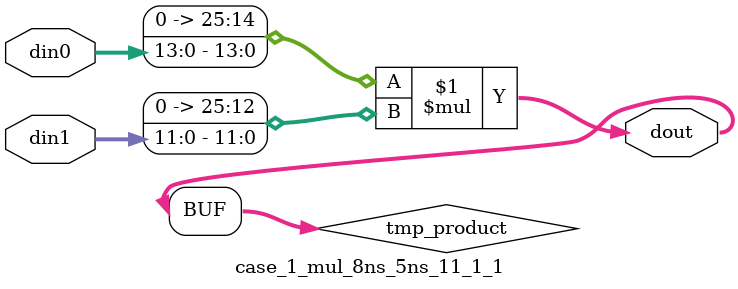
<source format=v>

`timescale 1 ns / 1 ps

 (* use_dsp = "no" *)  module case_1_mul_8ns_5ns_11_1_1(din0, din1, dout);
parameter ID = 1;
parameter NUM_STAGE = 0;
parameter din0_WIDTH = 14;
parameter din1_WIDTH = 12;
parameter dout_WIDTH = 26;

input [din0_WIDTH - 1 : 0] din0; 
input [din1_WIDTH - 1 : 0] din1; 
output [dout_WIDTH - 1 : 0] dout;

wire signed [dout_WIDTH - 1 : 0] tmp_product;
























assign tmp_product = $signed({1'b0, din0}) * $signed({1'b0, din1});











assign dout = tmp_product;





















endmodule

</source>
